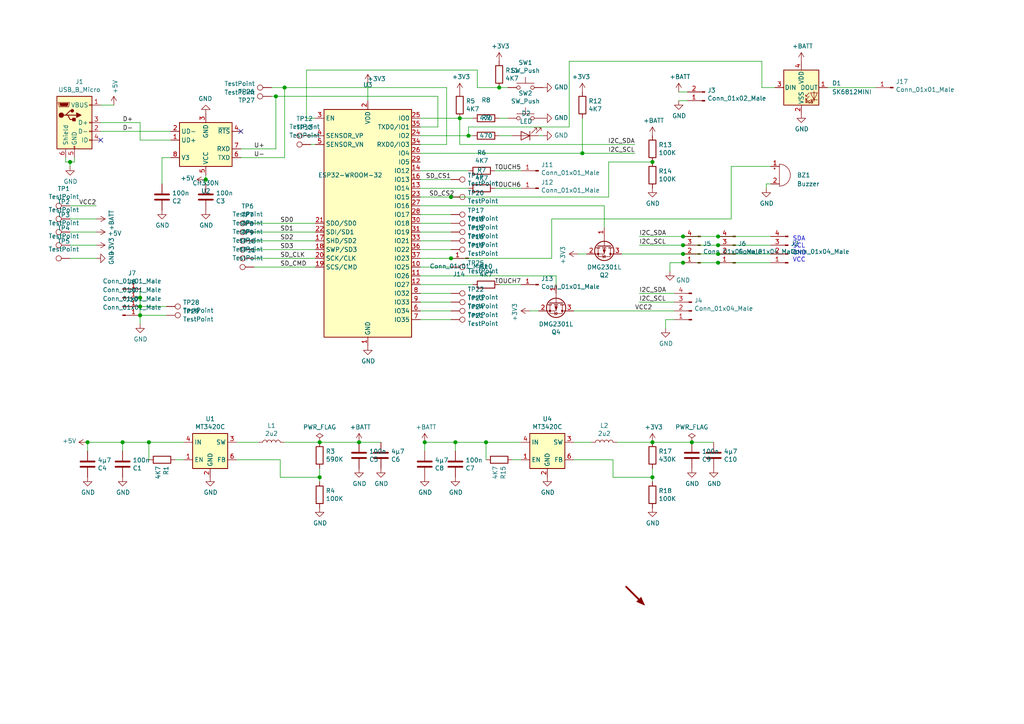
<source format=kicad_sch>
(kicad_sch (version 20201015) (generator eeschema)
  (paper "A4")
  (lib_symbols
    (symbol "Connector:Conn_01x01_Male" (pin_names (offset 1.016) hide)
      (property "Reference" "J" (at 0 2.54 0))
      (property "Value" "Conn_01x01_Male" (at 0 -2.54 0))
      (symbol "Conn_01x01_Male_1_1"
        (pin passive line (at 5.08 0 180) (length 3.81) (name "Pin_1") (number "1"))
      )
    )
    (symbol "Connector:Conn_01x02_Male" (pin_names (offset 1.016) hide)
      (property "Reference" "J" (at 0 2.54 0))
      (property "Value" "Conn_01x02_Male" (at 0 -5.08 0))
      (symbol "Conn_01x02_Male_1_1"
        (pin passive line (at 5.08 0 180) (length 3.81) (name "Pin_1") (number "1"))
        (pin passive line (at 5.08 -2.54 180) (length 3.81) (name "Pin_2") (number "2"))
      )
    )
    (symbol "Connector:Conn_01x04_Male" (pin_names (offset 1.016) hide)
      (property "Reference" "J" (at 0 5.08 0))
      (property "Value" "Conn_01x04_Male" (at 0 -7.62 0))
      (symbol "Conn_01x04_Male_1_1"
        (pin passive line (at 5.08 2.54 180) (length 3.81) (name "Pin_1") (number "1"))
        (pin passive line (at 5.08 0 180) (length 3.81) (name "Pin_2") (number "2"))
        (pin passive line (at 5.08 -2.54 180) (length 3.81) (name "Pin_3") (number "3"))
        (pin passive line (at 5.08 -5.08 180) (length 3.81) (name "Pin_4") (number "4"))
      )
    )
    (symbol "Connector:TestPoint" (pin_numbers hide) (pin_names (offset 0.762) hide)
      (property "Reference" "TP" (at 0 6.858 0))
      (property "Value" "TestPoint" (at 0 5.08 0))
      (symbol "TestPoint_1_1"
        (pin passive line (at 0 0 90) (length 2.54) (name "1") (number "1"))
      )
    )
    (symbol "Device:Buzzer" (pin_names (offset 0.0254) hide)
      (property "Reference" "BZ" (at 3.81 1.27 0))
      (property "Value" "Buzzer" (at 3.81 -1.27 0))
      (symbol "Buzzer_1_1"
        (pin passive line (at -2.54 2.54 0) (length 2.54) (name "-") (number "1"))
        (pin passive line (at -2.54 -2.54 0) (length 2.54) (name "+") (number "2"))
      )
    )
    (symbol "Device:C" (pin_numbers hide) (pin_names (offset 0.254))
      (property "Reference" "C" (at 0.635 2.54 0))
      (property "Value" "C" (at 0.635 -2.54 0))
      (symbol "C_1_1"
        (pin passive line (at 0 3.81 270) (length 2.794) (name "~") (number "1"))
        (pin passive line (at 0 -3.81 90) (length 2.794) (name "~") (number "2"))
      )
    )
    (symbol "Device:L" (pin_numbers hide) (pin_names (offset 1.016) hide)
      (property "Reference" "L" (at -1.27 0 90))
      (property "Value" "L" (at 1.905 0 90))
      (symbol "L_1_1"
        (pin passive line (at 0 3.81 270) (length 1.27) (name "1") (number "1"))
        (pin passive line (at 0 -3.81 90) (length 1.27) (name "2") (number "2"))
      )
    )
    (symbol "Device:LED" (pin_numbers hide) (pin_names (offset 1.016) hide)
      (property "Reference" "D" (at 0 2.54 0))
      (property "Value" "LED" (at 0 -2.54 0))
      (symbol "LED_1_1"
        (pin passive line (at -3.81 0 0) (length 2.54) (name "K") (number "1"))
        (pin passive line (at 3.81 0 180) (length 2.54) (name "A") (number "2"))
      )
    )
    (symbol "Device:R" (pin_numbers hide) (pin_names (offset 0))
      (property "Reference" "R" (at 2.032 0 90))
      (property "Value" "R" (at 0 0 90))
      (symbol "R_1_1"
        (pin passive line (at 0 3.81 270) (length 1.27) (name "~") (number "1"))
        (pin passive line (at 0 -3.81 90) (length 1.27) (name "~") (number "2"))
      )
    )
    (symbol "EasterEGG_V1-rescue:MT3420C-mt3420c"
      (property "Reference" "U" (at -2.54 8.89 0))
      (property "Value" "MT3420C-mt3420c" (at -3.81 6.35 0))
      (symbol "MT3420C-mt3420c_1_1"
        (pin input line (at -7.62 -2.54 0) (length 2.54) (name "EN") (number "1"))
        (pin power_in line (at 0 -7.62 90) (length 2.54) (name "GND") (number "2"))
        (pin passive line (at 7.62 2.54 180) (length 2.54) (name "SW") (number "3"))
        (pin power_in line (at -7.62 2.54 0) (length 2.54) (name "IN") (number "4"))
        (pin unconnected line (at 5.08 0 180) (length 2.54) hide (name "NC") (number "5"))
        (pin input line (at 7.62 -2.54 180) (length 2.54) (name "FB") (number "6"))
      )
    )
    (symbol "EasterEGG_V1-rescue:USB_B_Micro-Connector" (pin_names (offset 1.016))
      (property "Reference" "J" (at -5.08 11.43 0))
      (property "Value" "USB_B_Micro-Connector" (at -5.08 8.89 0))
      (symbol "USB_B_Micro-Connector_1_1"
        (pin power_out line (at 7.62 5.08 180) (length 2.54) (name "VBUS") (number "1"))
        (pin bidirectional line (at 7.62 -2.54 180) (length 2.54) (name "D-") (number "2"))
        (pin bidirectional line (at 7.62 0 180) (length 2.54) (name "D+") (number "3"))
        (pin passive line (at 7.62 -5.08 180) (length 2.54) (name "ID") (number "4"))
        (pin power_out line (at 0 -10.16 90) (length 2.54) (name "GND") (number "5"))
        (pin passive line (at -2.54 -10.16 90) (length 2.54) (name "Shield") (number "6"))
      )
    )
    (symbol "Graphic:SYM_Arrow45_Large" (pin_names (offset 1.016)))
    (symbol "Interface_USB:CH330N"
      (property "Reference" "U" (at -7.62 6.35 0))
      (property "Value" "CH330N" (at 7.62 6.35 0))
      (symbol "CH330N_1_1"
        (pin bidirectional line (at -10.16 -2.54 0) (length 2.54) (name "UD+") (number "1"))
        (pin bidirectional line (at -10.16 -5.08 0) (length 2.54) (name "UD-") (number "2"))
        (pin power_in line (at 0 -10.16 90) (length 2.54) (name "GND") (number "3"))
        (pin output line (at 10.16 -5.08 180) (length 2.54) (name "~RTS") (number "4"))
        (pin power_in line (at 0 7.62 270) (length 2.54) (name "VCC") (number "5"))
        (pin output line (at 10.16 2.54 180) (length 2.54) (name "TXD") (number "6"))
        (pin input line (at 10.16 0 180) (length 2.54) (name "RXD") (number "7"))
        (pin passive line (at -10.16 2.54 0) (length 2.54) (name "V3") (number "8"))
      )
    )
    (symbol "LED:SK6812MINI" (pin_names (offset 0.254))
      (property "Reference" "D" (at 5.08 5.715 0))
      (property "Value" "SK6812MINI" (at 1.27 -5.715 0))
      (symbol "SK6812MINI_0_0"
        (text "RGB" (at 2.286 -4.191 0) (effects (font (size 0.762 0.762))))
      )
      (symbol "SK6812MINI_1_1"
        (pin output line (at 7.62 0 180) (length 2.54) (name "DOUT") (number "1"))
        (pin power_in line (at 0 -7.62 90) (length 2.54) (name "VSS") (number "2"))
        (pin input line (at -7.62 0 0) (length 2.54) (name "DIN") (number "3"))
        (pin power_in line (at 0 7.62 270) (length 2.54) (name "VDD") (number "4"))
      )
    )
    (symbol "RF_Module:ESP32-WROOM-32"
      (property "Reference" "U" (at -12.7 34.29 0))
      (property "Value" "ESP32-WROOM-32" (at 1.27 34.29 0))
      (symbol "ESP32-WROOM-32_1_1"
        (pin power_in line (at 0 -35.56 90) (length 2.54) (name "GND") (number "1"))
        (pin bidirectional line (at 15.24 -12.7 180) (length 2.54) (name "IO25") (number "10"))
        (pin bidirectional line (at 15.24 -15.24 180) (length 2.54) (name "IO26") (number "11"))
        (pin bidirectional line (at 15.24 -17.78 180) (length 2.54) (name "IO27") (number "12"))
        (pin bidirectional line (at 15.24 10.16 180) (length 2.54) (name "IO14") (number "13"))
        (pin bidirectional line (at 15.24 15.24 180) (length 2.54) (name "IO12") (number "14"))
        (pin passive line (at 0 -35.56 90) (length 2.54) hide (name "GND") (number "15"))
        (pin bidirectional line (at 15.24 12.7 180) (length 2.54) (name "IO13") (number "16"))
        (pin bidirectional line (at -15.24 -5.08 0) (length 2.54) (name "SHD/SD2") (number "17"))
        (pin bidirectional line (at -15.24 -7.62 0) (length 2.54) (name "SWP/SD3") (number "18"))
        (pin bidirectional line (at -15.24 -12.7 0) (length 2.54) (name "SCS/CMD") (number "19"))
        (pin power_in line (at 0 35.56 270) (length 2.54) (name "VDD") (number "2"))
        (pin bidirectional line (at -15.24 -10.16 0) (length 2.54) (name "SCK/CLK") (number "20"))
        (pin bidirectional line (at -15.24 0 0) (length 2.54) (name "SDO/SD0") (number "21"))
        (pin bidirectional line (at -15.24 -2.54 0) (length 2.54) (name "SDI/SD1") (number "22"))
        (pin bidirectional line (at 15.24 7.62 180) (length 2.54) (name "IO15") (number "23"))
        (pin bidirectional line (at 15.24 25.4 180) (length 2.54) (name "IO2") (number "24"))
        (pin bidirectional line (at 15.24 30.48 180) (length 2.54) (name "IO0") (number "25"))
        (pin bidirectional line (at 15.24 20.32 180) (length 2.54) (name "IO4") (number "26"))
        (pin bidirectional line (at 15.24 5.08 180) (length 2.54) (name "IO16") (number "27"))
        (pin bidirectional line (at 15.24 2.54 180) (length 2.54) (name "IO17") (number "28"))
        (pin bidirectional line (at 15.24 17.78 180) (length 2.54) (name "IO5") (number "29"))
        (pin input line (at -15.24 30.48 0) (length 2.54) (name "EN") (number "3"))
        (pin bidirectional line (at 15.24 0 180) (length 2.54) (name "IO18") (number "30"))
        (pin bidirectional line (at 15.24 -2.54 180) (length 2.54) (name "IO19") (number "31"))
        (pin unconnected line (at -12.7 -27.94 0) (length 2.54) hide (name "NC") (number "32"))
        (pin bidirectional line (at 15.24 -5.08 180) (length 2.54) (name "IO21") (number "33"))
        (pin bidirectional line (at 15.24 22.86 180) (length 2.54) (name "RXD0/IO3") (number "34"))
        (pin bidirectional line (at 15.24 27.94 180) (length 2.54) (name "TXD0/IO1") (number "35"))
        (pin bidirectional line (at 15.24 -7.62 180) (length 2.54) (name "IO22") (number "36"))
        (pin bidirectional line (at 15.24 -10.16 180) (length 2.54) (name "IO23") (number "37"))
        (pin passive line (at 0 -35.56 90) (length 2.54) hide (name "GND") (number "38"))
        (pin passive line (at 0 -35.56 90) (length 2.54) hide (name "GND") (number "39"))
        (pin input line (at -15.24 25.4 0) (length 2.54) (name "SENSOR_VP") (number "4"))
        (pin input line (at -15.24 22.86 0) (length 2.54) (name "SENSOR_VN") (number "5"))
        (pin input line (at 15.24 -25.4 180) (length 2.54) (name "IO34") (number "6"))
        (pin input line (at 15.24 -27.94 180) (length 2.54) (name "IO35") (number "7"))
        (pin bidirectional line (at 15.24 -20.32 180) (length 2.54) (name "IO32") (number "8"))
        (pin bidirectional line (at 15.24 -22.86 180) (length 2.54) (name "IO33") (number "9"))
      )
    )
    (symbol "Switch:SW_Push" (pin_numbers hide) (pin_names (offset 1.016) hide)
      (property "Reference" "SW" (at 1.27 2.54 0))
      (property "Value" "SW_Push" (at 0 -1.524 0))
      (symbol "SW_Push_0_1"
        (pin passive line (at -5.08 0 0) (length 2.54) (name "1") (number "1"))
        (pin passive line (at 5.08 0 180) (length 2.54) (name "2") (number "2"))
      )
    )
    (symbol "Transistor_FET:DMG2301L" (pin_names hide)
      (property "Reference" "Q" (at 5.08 1.905 0))
      (property "Value" "DMG2301L" (at 5.08 0 0))
      (symbol "DMG2301L_1_1"
        (pin input line (at -5.08 0 0) (length 2.54) (name "G") (number "1"))
        (pin passive line (at 2.54 -5.08 90) (length 2.54) (name "S") (number "2"))
        (pin passive line (at 2.54 5.08 270) (length 2.54) (name "D") (number "3"))
      )
    )
    (symbol "power:+3V3" (power) (pin_names (offset 0))
      (property "Value" "+3V3" (at 0 3.556 0))
      (symbol "+3V3_1_1"
        (pin power_in line (at 0 0 90) (length 0) hide (name "+3V3") (number "1"))
      )
    )
    (symbol "power:+5V" (power) (pin_names (offset 0))
      (property "Value" "+5V" (at 0 3.556 0))
      (symbol "+5V_1_1"
        (pin power_in line (at 0 0 90) (length 0) hide (name "+5V") (number "1"))
      )
    )
    (symbol "power:+BATT" (power) (pin_names (offset 0))
      (property "Value" "+BATT" (at 0 3.556 0))
      (symbol "+BATT_1_1"
        (pin power_in line (at 0 0 90) (length 0) hide (name "+BATT") (number "1"))
      )
    )
    (symbol "power:GND" (power) (pin_names (offset 0))
      (property "Value" "GND" (at 0 -3.81 0))
      (symbol "GND_1_1"
        (pin power_in line (at 0 0 270) (length 0) hide (name "GND") (number "1"))
      )
    )
    (symbol "power:PWR_FLAG" (power) (pin_numbers hide) (pin_names (offset 0) hide)
      (property "Value" "PWR_FLAG" (at 0 3.81 0))
      (symbol "PWR_FLAG_0_0"
        (pin power_out line (at 0 0 90) (length 0) (name "pwr") (number "1"))
      )
    )
  )
  (junction (at 20.32 46.99) (diameter 1.016))
  (junction (at 25.4 128.27) (diameter 1.016))
  (junction (at 35.56 128.27) (diameter 1.016))
  (junction (at 40.64 86.36) (diameter 1.016))
  (junction (at 40.64 88.9) (diameter 1.016))
  (junction (at 40.64 91.44) (diameter 1.016))
  (junction (at 43.18 128.27) (diameter 1.016))
  (junction (at 59.69 52.07) (diameter 1.016))
  (junction (at 80.01 27.94) (diameter 1.016))
  (junction (at 82.55 25.4) (diameter 1.016))
  (junction (at 92.71 128.27) (diameter 1.016))
  (junction (at 92.71 138.43) (diameter 1.016))
  (junction (at 104.14 128.27) (diameter 1.016))
  (junction (at 123.19 128.27) (diameter 1.016))
  (junction (at 130.81 57.15) (diameter 1.016))
  (junction (at 130.81 74.93) (diameter 1.016))
  (junction (at 132.08 128.27) (diameter 1.016))
  (junction (at 133.35 34.29) (diameter 1.016))
  (junction (at 135.89 39.37) (diameter 1.016))
  (junction (at 140.97 128.27) (diameter 1.016))
  (junction (at 144.78 25.4) (diameter 1.016))
  (junction (at 168.91 44.45) (diameter 1.016))
  (junction (at 189.23 46.99) (diameter 1.016))
  (junction (at 189.23 128.27) (diameter 1.016))
  (junction (at 189.23 138.43) (diameter 1.016))
  (junction (at 198.12 68.58) (diameter 1.016))
  (junction (at 198.12 71.12) (diameter 1.016))
  (junction (at 198.12 73.66) (diameter 1.016))
  (junction (at 198.12 76.2) (diameter 1.016))
  (junction (at 200.66 128.27) (diameter 1.016))
  (junction (at 208.28 68.58) (diameter 1.016))
  (junction (at 208.28 71.12) (diameter 1.016))
  (junction (at 208.28 73.66) (diameter 1.016))
  (junction (at 208.28 76.2) (diameter 1.016))
  (no_connect (at 29.21 40.64))
  (no_connect (at 69.85 38.1))
  (wire (pts (xy 19.05 45.72) (xy 19.05 46.99)))
  (wire (pts (xy 19.05 46.99) (xy 20.32 46.99)))
  (wire (pts (xy 20.32 46.99) (xy 21.59 46.99)))
  (wire (pts (xy 20.32 48.26) (xy 20.32 46.99)))
  (wire (pts (xy 20.32 59.69) (xy 27.94 59.69)))
  (wire (pts (xy 20.32 63.5) (xy 27.94 63.5)))
  (wire (pts (xy 20.32 67.31) (xy 27.94 67.31)))
  (wire (pts (xy 20.32 71.12) (xy 27.94 71.12)))
  (wire (pts (xy 20.32 74.93) (xy 27.94 74.93)))
  (wire (pts (xy 21.59 46.99) (xy 21.59 45.72)))
  (wire (pts (xy 25.4 128.27) (xy 35.56 128.27)))
  (wire (pts (xy 25.4 130.81) (xy 25.4 128.27)))
  (wire (pts (xy 29.21 30.48) (xy 33.02 30.48)))
  (wire (pts (xy 29.21 38.1) (xy 49.53 38.1)))
  (wire (pts (xy 35.56 128.27) (xy 35.56 130.81)))
  (wire (pts (xy 35.56 128.27) (xy 43.18 128.27)))
  (wire (pts (xy 40.64 35.56) (xy 29.21 35.56)))
  (wire (pts (xy 40.64 40.64) (xy 40.64 35.56)))
  (wire (pts (xy 40.64 86.36) (xy 40.64 83.82)))
  (wire (pts (xy 40.64 88.9) (xy 40.64 86.36)))
  (wire (pts (xy 40.64 88.9) (xy 48.26 88.9)))
  (wire (pts (xy 40.64 91.44) (xy 40.64 88.9)))
  (wire (pts (xy 40.64 91.44) (xy 48.26 91.44)))
  (wire (pts (xy 40.64 93.98) (xy 40.64 91.44)))
  (wire (pts (xy 43.18 128.27) (xy 53.34 128.27)))
  (wire (pts (xy 43.18 133.35) (xy 43.18 128.27)))
  (wire (pts (xy 46.99 45.72) (xy 46.99 53.34)))
  (wire (pts (xy 46.99 45.72) (xy 49.53 45.72)))
  (wire (pts (xy 49.53 40.64) (xy 40.64 40.64)))
  (wire (pts (xy 53.34 133.35) (xy 50.8 133.35)))
  (wire (pts (xy 59.69 52.07) (xy 59.69 50.8)))
  (wire (pts (xy 59.69 53.34) (xy 59.69 52.07)))
  (wire (pts (xy 68.58 128.27) (xy 74.93 128.27)))
  (wire (pts (xy 68.58 133.35) (xy 81.28 133.35)))
  (wire (pts (xy 69.85 45.72) (xy 82.55 45.72)))
  (wire (pts (xy 73.66 64.77) (xy 91.44 64.77)))
  (wire (pts (xy 73.66 67.31) (xy 91.44 67.31)))
  (wire (pts (xy 73.66 69.85) (xy 91.44 69.85)))
  (wire (pts (xy 73.66 72.39) (xy 91.44 72.39)))
  (wire (pts (xy 73.66 74.93) (xy 91.44 74.93)))
  (wire (pts (xy 73.66 77.47) (xy 91.44 77.47)))
  (wire (pts (xy 78.74 25.4) (xy 82.55 25.4)))
  (wire (pts (xy 78.74 27.94) (xy 80.01 27.94)))
  (wire (pts (xy 80.01 27.94) (xy 80.01 43.18)))
  (wire (pts (xy 80.01 43.18) (xy 69.85 43.18)))
  (wire (pts (xy 81.28 133.35) (xy 81.28 138.43)))
  (wire (pts (xy 82.55 25.4) (xy 129.54 25.4)))
  (wire (pts (xy 82.55 45.72) (xy 82.55 25.4)))
  (wire (pts (xy 82.55 128.27) (xy 92.71 128.27)))
  (wire (pts (xy 88.9 20.32) (xy 138.43 20.32)))
  (wire (pts (xy 88.9 34.29) (xy 88.9 20.32)))
  (wire (pts (xy 90.17 39.37) (xy 91.44 39.37)))
  (wire (pts (xy 91.44 34.29) (xy 88.9 34.29)))
  (wire (pts (xy 91.44 41.91) (xy 90.17 41.91)))
  (wire (pts (xy 92.71 128.27) (xy 104.14 128.27)))
  (wire (pts (xy 92.71 135.89) (xy 92.71 138.43)))
  (wire (pts (xy 92.71 138.43) (xy 81.28 138.43)))
  (wire (pts (xy 92.71 138.43) (xy 92.71 139.7)))
  (wire (pts (xy 106.68 29.21) (xy 106.68 24.13)))
  (wire (pts (xy 110.49 128.27) (xy 104.14 128.27)))
  (wire (pts (xy 121.92 34.29) (xy 133.35 34.29)))
  (wire (pts (xy 121.92 36.83) (xy 127 36.83)))
  (wire (pts (xy 121.92 39.37) (xy 135.89 39.37)))
  (wire (pts (xy 121.92 44.45) (xy 168.91 44.45)))
  (wire (pts (xy 121.92 49.53) (xy 135.89 49.53)))
  (wire (pts (xy 121.92 52.07) (xy 130.81 52.07)))
  (wire (pts (xy 121.92 54.61) (xy 135.89 54.61)))
  (wire (pts (xy 121.92 57.15) (xy 130.81 57.15)))
  (wire (pts (xy 121.92 62.23) (xy 130.81 62.23)))
  (wire (pts (xy 121.92 64.77) (xy 130.81 64.77)))
  (wire (pts (xy 121.92 67.31) (xy 130.81 67.31)))
  (wire (pts (xy 121.92 69.85) (xy 130.81 69.85)))
  (wire (pts (xy 121.92 72.39) (xy 130.81 72.39)))
  (wire (pts (xy 121.92 74.93) (xy 130.81 74.93)))
  (wire (pts (xy 121.92 77.47) (xy 130.81 77.47)))
  (wire (pts (xy 121.92 80.01) (xy 161.29 80.01)))
  (wire (pts (xy 121.92 82.55) (xy 137.16 82.55)))
  (wire (pts (xy 121.92 85.09) (xy 130.81 85.09)))
  (wire (pts (xy 121.92 87.63) (xy 130.81 87.63)))
  (wire (pts (xy 121.92 90.17) (xy 130.81 90.17)))
  (wire (pts (xy 121.92 92.71) (xy 130.81 92.71)))
  (wire (pts (xy 123.19 128.27) (xy 123.19 130.81)))
  (wire (pts (xy 127 27.94) (xy 80.01 27.94)))
  (wire (pts (xy 127 36.83) (xy 127 27.94)))
  (wire (pts (xy 129.54 25.4) (xy 129.54 41.91)))
  (wire (pts (xy 129.54 41.91) (xy 121.92 41.91)))
  (wire (pts (xy 130.81 74.93) (xy 160.02 74.93)))
  (wire (pts (xy 132.08 128.27) (xy 123.19 128.27)))
  (wire (pts (xy 132.08 128.27) (xy 132.08 130.81)))
  (wire (pts (xy 132.08 128.27) (xy 140.97 128.27)))
  (wire (pts (xy 133.35 34.29) (xy 133.35 41.91)))
  (wire (pts (xy 133.35 41.91) (xy 184.15 41.91)))
  (wire (pts (xy 135.89 36.83) (xy 135.89 39.37)))
  (wire (pts (xy 135.89 39.37) (xy 137.16 39.37)))
  (wire (pts (xy 137.16 34.29) (xy 133.35 34.29)))
  (wire (pts (xy 138.43 25.4) (xy 138.43 20.32)))
  (wire (pts (xy 140.97 128.27) (xy 151.13 128.27)))
  (wire (pts (xy 140.97 133.35) (xy 140.97 128.27)))
  (wire (pts (xy 143.51 49.53) (xy 151.13 49.53)))
  (wire (pts (xy 143.51 54.61) (xy 151.13 54.61)))
  (wire (pts (xy 144.78 25.4) (xy 138.43 25.4)))
  (wire (pts (xy 144.78 34.29) (xy 147.32 34.29)))
  (wire (pts (xy 144.78 39.37) (xy 148.59 39.37)))
  (wire (pts (xy 144.78 82.55) (xy 151.13 82.55)))
  (wire (pts (xy 147.32 25.4) (xy 144.78 25.4)))
  (wire (pts (xy 148.59 133.35) (xy 151.13 133.35)))
  (wire (pts (xy 153.67 90.17) (xy 156.21 90.17)))
  (wire (pts (xy 157.48 39.37) (xy 156.21 39.37)))
  (wire (pts (xy 160.02 63.5) (xy 212.09 63.5)))
  (wire (pts (xy 160.02 74.93) (xy 160.02 63.5)))
  (wire (pts (xy 161.29 80.01) (xy 161.29 82.55)))
  (wire (pts (xy 165.1 17.78) (xy 165.1 36.83)))
  (wire (pts (xy 165.1 36.83) (xy 135.89 36.83)))
  (wire (pts (xy 166.37 90.17) (xy 195.58 90.17)))
  (wire (pts (xy 166.37 133.35) (xy 177.8 133.35)))
  (wire (pts (xy 167.64 73.66) (xy 170.18 73.66)))
  (wire (pts (xy 168.91 34.29) (xy 168.91 44.45)))
  (wire (pts (xy 168.91 44.45) (xy 184.15 44.45)))
  (wire (pts (xy 171.45 128.27) (xy 166.37 128.27)))
  (wire (pts (xy 175.26 59.69) (xy 121.92 59.69)))
  (wire (pts (xy 175.26 66.04) (xy 175.26 59.69)))
  (wire (pts (xy 176.53 46.99) (xy 176.53 57.15)))
  (wire (pts (xy 176.53 57.15) (xy 130.81 57.15)))
  (wire (pts (xy 177.8 133.35) (xy 177.8 138.43)))
  (wire (pts (xy 179.07 128.27) (xy 189.23 128.27)))
  (wire (pts (xy 180.34 73.66) (xy 198.12 73.66)))
  (wire (pts (xy 189.23 46.99) (xy 176.53 46.99)))
  (wire (pts (xy 189.23 128.27) (xy 200.66 128.27)))
  (wire (pts (xy 189.23 135.89) (xy 189.23 138.43)))
  (wire (pts (xy 189.23 138.43) (xy 177.8 138.43)))
  (wire (pts (xy 189.23 138.43) (xy 189.23 139.7)))
  (wire (pts (xy 193.04 92.71) (xy 193.04 95.25)))
  (wire (pts (xy 194.31 76.2) (xy 194.31 78.74)))
  (wire (pts (xy 195.58 85.09) (xy 185.42 85.09)))
  (wire (pts (xy 195.58 87.63) (xy 185.42 87.63)))
  (wire (pts (xy 195.58 92.71) (xy 193.04 92.71)))
  (wire (pts (xy 198.12 68.58) (xy 185.42 68.58)))
  (wire (pts (xy 198.12 68.58) (xy 208.28 68.58)))
  (wire (pts (xy 198.12 71.12) (xy 185.42 71.12)))
  (wire (pts (xy 198.12 71.12) (xy 208.28 71.12)))
  (wire (pts (xy 198.12 73.66) (xy 208.28 73.66)))
  (wire (pts (xy 198.12 76.2) (xy 194.31 76.2)))
  (wire (pts (xy 198.12 76.2) (xy 208.28 76.2)))
  (wire (pts (xy 199.39 26.67) (xy 196.85 26.67)))
  (wire (pts (xy 199.39 29.21) (xy 196.85 29.21)))
  (wire (pts (xy 207.01 128.27) (xy 200.66 128.27)))
  (wire (pts (xy 208.28 68.58) (xy 223.52 68.58)))
  (wire (pts (xy 208.28 71.12) (xy 223.52 71.12)))
  (wire (pts (xy 208.28 73.66) (xy 223.52 73.66)))
  (wire (pts (xy 208.28 76.2) (xy 223.52 76.2)))
  (wire (pts (xy 212.09 48.26) (xy 223.52 48.26)))
  (wire (pts (xy 212.09 63.5) (xy 212.09 48.26)))
  (wire (pts (xy 220.98 17.78) (xy 165.1 17.78)))
  (wire (pts (xy 220.98 25.4) (xy 220.98 17.78)))
  (wire (pts (xy 222.25 53.34) (xy 223.52 53.34)))
  (wire (pts (xy 222.25 54.61) (xy 222.25 53.34)))
  (wire (pts (xy 224.79 25.4) (xy 220.98 25.4)))
  (wire (pts (xy 240.03 25.4) (xy 254 25.4)))
  (text "SDA\nSCL\nGND\nVCC" (at 229.87 76.2 0) (effects (font (size 1.27 1.27)) (justify left bottom)))
  (label "VCC2" (at 27.94 59.69 180))
  (label "D+" (at 35.56 35.56 0))
  (label "D-" (at 35.56 38.1 0))
  (label "U+" (at 73.66 43.18 0))
  (label "U-" (at 73.66 45.72 0))
  (label "SD0" (at 81.28 64.77 0))
  (label "SD1" (at 81.28 67.31 0))
  (label "SD2" (at 81.28 69.85 0))
  (label "SD3" (at 81.28 72.39 0))
  (label "SD_CLK" (at 81.28 74.93 0))
  (label "SD_CMD" (at 81.28 77.47 0))
  (label "SD_CS2" (at 124.46 57.15 0))
  (label "SD_CS1" (at 130.81 52.07 180))
  (label "TOUCH5" (at 151.13 49.53 180))
  (label "TOUCH6" (at 151.13 54.61 180))
  (label "TOUCH7" (at 151.13 82.55 180))
  (label "I2C_SDA" (at 184.15 41.91 180))
  (label "I2C_SCL" (at 184.15 44.45 180))
  (label "VCC2" (at 184.15 90.17 0))
  (label "I2C_SDA" (at 185.42 68.58 0))
  (label "I2C_SCL" (at 185.42 71.12 0))
  (label "I2C_SDA" (at 185.42 85.09 0))
  (label "I2C_SCL" (at 185.42 87.63 0))
  (symbol (lib_id "power:PWR_FLAG") (at 92.71 128.27 0) (unit 1)
    (property "Reference" "#FLG0101" (effects hide))
    (property "Value" "PWR_FLAG" (at 92.71 123.8758 0))
  )
  (symbol (lib_id "power:PWR_FLAG") (at 200.66 128.27 0) (unit 1)
    (property "Reference" "#FLG0102" (effects hide))
    (property "Value" "PWR_FLAG" (at 200.66 123.8758 0))
  )
  (symbol (lib_id "Connector:TestPoint") (at 20.32 59.69 90) (unit 1)
    (property "Reference" "TP1" (at 18.4912 54.737 90))
    (property "Value" "TestPoint" (at 18.4912 57.0484 90))
    (property "Footprint" "TestPoint:TestPoint_Pad_D1.5mm" (effects hide))
  )
  (symbol (lib_id "Connector:TestPoint") (at 20.32 63.5 90) (unit 1)
    (property "Reference" "TP2" (at 18.4912 58.547 90))
    (property "Value" "TestPoint" (at 18.4912 60.8584 90))
    (property "Footprint" "TestPoint:TestPoint_Pad_D1.5mm" (effects hide))
  )
  (symbol (lib_id "Connector:TestPoint") (at 20.32 67.31 90) (unit 1)
    (property "Reference" "TP3" (at 18.4912 62.357 90))
    (property "Value" "TestPoint" (at 18.4912 64.6684 90))
    (property "Footprint" "TestPoint:TestPoint_Pad_D1.5mm" (effects hide))
  )
  (symbol (lib_id "Connector:TestPoint") (at 20.32 71.12 90) (unit 1)
    (property "Reference" "TP4" (at 18.4912 66.167 90))
    (property "Value" "TestPoint" (at 18.4912 68.4784 90))
    (property "Footprint" "TestPoint:TestPoint_Pad_D1.5mm" (effects hide))
  )
  (symbol (lib_id "Connector:TestPoint") (at 20.32 74.93 90) (unit 1)
    (property "Reference" "TP5" (at 18.4912 69.977 90))
    (property "Value" "TestPoint" (at 18.4912 72.2884 90))
    (property "Footprint" "TestPoint:TestPoint_Pad_1.5x1.5mm" (effects hide))
  )
  (symbol (lib_id "Connector:TestPoint") (at 48.26 88.9 270) (unit 1)
    (property "Reference" "TP28" (at 53.0352 87.7316 90) (effects (justify left)))
    (property "Value" "TestPoint" (at 53.0352 90.043 90) (effects (justify left)))
    (property "Footprint" "TestPoint:TestPoint_Pad_D1.5mm" (effects hide))
  )
  (symbol (lib_id "Connector:TestPoint") (at 48.26 91.44 270) (unit 1)
    (property "Reference" "TP29" (at 53.0352 90.2716 90) (effects (justify left)))
    (property "Value" "TestPoint" (at 53.0352 92.583 90) (effects (justify left)))
    (property "Footprint" "TestPoint:TestPoint_Pad_D1.5mm" (effects hide))
  )
  (symbol (lib_id "Connector:TestPoint") (at 73.66 64.77 90) (unit 1)
    (property "Reference" "TP6" (at 71.8312 59.817 90))
    (property "Value" "TestPoint" (at 71.8312 62.1284 90))
    (property "Footprint" "TestPoint:TestPoint_Pad_D1.5mm" (effects hide))
  )
  (symbol (lib_id "Connector:TestPoint") (at 73.66 67.31 90) (unit 1)
    (property "Reference" "TP7" (at 71.8312 62.357 90))
    (property "Value" "TestPoint" (at 71.8312 64.6684 90))
    (property "Footprint" "TestPoint:TestPoint_Pad_D1.5mm" (effects hide))
  )
  (symbol (lib_id "Connector:TestPoint") (at 73.66 69.85 90) (unit 1)
    (property "Reference" "TP8" (at 71.8312 64.897 90))
    (property "Value" "TestPoint" (at 71.8312 67.2084 90))
    (property "Footprint" "TestPoint:TestPoint_Pad_D1.5mm" (effects hide))
  )
  (symbol (lib_id "Connector:TestPoint") (at 73.66 72.39 90) (unit 1)
    (property "Reference" "TP9" (at 71.8312 67.437 90))
    (property "Value" "TestPoint" (at 71.8312 69.7484 90))
    (property "Footprint" "TestPoint:TestPoint_Pad_D1.5mm" (effects hide))
  )
  (symbol (lib_id "Connector:TestPoint") (at 73.66 74.93 90) (unit 1)
    (property "Reference" "TP10" (at 71.8312 69.977 90))
    (property "Value" "TestPoint" (at 71.8312 72.2884 90))
    (property "Footprint" "TestPoint:TestPoint_Pad_D1.5mm" (effects hide))
  )
  (symbol (lib_id "Connector:TestPoint") (at 73.66 77.47 90) (unit 1)
    (property "Reference" "TP11" (at 71.8312 72.517 90))
    (property "Value" "TestPoint" (at 71.8312 74.8284 90))
    (property "Footprint" "TestPoint:TestPoint_Pad_D1.5mm" (effects hide))
  )
  (symbol (lib_id "Connector:TestPoint") (at 78.74 25.4 90) (unit 1)
    (property "Reference" "TP26" (at 73.9648 26.5684 90) (effects (justify left)))
    (property "Value" "TestPoint" (at 73.9648 24.257 90) (effects (justify left)))
    (property "Footprint" "TestPoint:TestPoint_Pad_D1.5mm" (effects hide))
  )
  (symbol (lib_id "Connector:TestPoint") (at 78.74 27.94 90) (unit 1)
    (property "Reference" "TP27" (at 73.9648 29.1084 90) (effects (justify left)))
    (property "Value" "TestPoint" (at 73.9648 26.797 90) (effects (justify left)))
    (property "Footprint" "TestPoint:TestPoint_Pad_D1.5mm" (effects hide))
  )
  (symbol (lib_id "Connector:TestPoint") (at 90.17 39.37 90) (unit 1)
    (property "Reference" "TP12" (at 88.3412 34.417 90))
    (property "Value" "TestPoint" (at 88.3412 36.7284 90))
    (property "Footprint" "TestPoint:TestPoint_Pad_D1.5mm" (effects hide))
  )
  (symbol (lib_id "Connector:TestPoint") (at 90.17 41.91 90) (unit 1)
    (property "Reference" "TP13" (at 88.3412 36.957 90))
    (property "Value" "TestPoint" (at 88.3412 39.2684 90))
    (property "Footprint" "TestPoint:TestPoint_Pad_D1.5mm" (effects hide))
  )
  (symbol (lib_id "Connector:TestPoint") (at 130.81 52.07 270) (unit 1)
    (property "Reference" "TP14" (at 135.5852 50.9016 90) (effects (justify left)))
    (property "Value" "TestPoint" (at 135.5852 53.213 90) (effects (justify left)))
    (property "Footprint" "TestPoint:TestPoint_Pad_D1.5mm" (effects hide))
  )
  (symbol (lib_id "Connector:TestPoint") (at 130.81 57.15 270) (unit 1)
    (property "Reference" "TP20" (at 135.5852 55.9816 90) (effects (justify left)))
    (property "Value" "TestPoint" (at 135.5852 58.293 90) (effects (justify left)))
    (property "Footprint" "TestPoint:TestPoint_Pad_D1.5mm" (effects hide))
  )
  (symbol (lib_id "Connector:TestPoint") (at 130.81 62.23 270) (unit 1)
    (property "Reference" "TP17" (at 135.5852 61.0616 90) (effects (justify left)))
    (property "Value" "TestPoint" (at 135.5852 63.373 90) (effects (justify left)))
    (property "Footprint" "TestPoint:TestPoint_Pad_D1.5mm" (effects hide))
  )
  (symbol (lib_id "Connector:TestPoint") (at 130.81 64.77 270) (unit 1)
    (property "Reference" "TP18" (at 135.5852 63.6016 90) (effects (justify left)))
    (property "Value" "TestPoint" (at 135.5852 65.913 90) (effects (justify left)))
    (property "Footprint" "TestPoint:TestPoint_Pad_D1.5mm" (effects hide))
  )
  (symbol (lib_id "Connector:TestPoint") (at 130.81 67.31 270) (unit 1)
    (property "Reference" "TP15" (at 135.5852 66.1416 90) (effects (justify left)))
    (property "Value" "TestPoint" (at 135.5852 68.453 90) (effects (justify left)))
    (property "Footprint" "TestPoint:TestPoint_Pad_D1.5mm" (effects hide))
  )
  (symbol (lib_id "Connector:TestPoint") (at 130.81 69.85 270) (unit 1)
    (property "Reference" "TP16" (at 135.5852 68.6816 90) (effects (justify left)))
    (property "Value" "TestPoint" (at 135.5852 70.993 90) (effects (justify left)))
    (property "Footprint" "TestPoint:TestPoint_Pad_D1.5mm" (effects hide))
  )
  (symbol (lib_id "Connector:TestPoint") (at 130.81 72.39 270) (unit 1)
    (property "Reference" "TP19" (at 135.5852 71.2216 90) (effects (justify left)))
    (property "Value" "TestPoint" (at 135.5852 73.533 90) (effects (justify left)))
    (property "Footprint" "TestPoint:TestPoint_Pad_D1.5mm" (effects hide))
  )
  (symbol (lib_id "Connector:TestPoint") (at 130.81 77.47 270) (unit 1)
    (property "Reference" "TP25" (at 135.5852 76.3016 90) (effects (justify left)))
    (property "Value" "TestPoint" (at 135.5852 78.613 90) (effects (justify left)))
    (property "Footprint" "TestPoint:TestPoint_Pad_D1.5mm" (effects hide))
  )
  (symbol (lib_id "Connector:TestPoint") (at 130.81 85.09 270) (unit 1)
    (property "Reference" "TP22" (at 135.5852 83.9216 90) (effects (justify left)))
    (property "Value" "TestPoint" (at 135.5852 86.233 90) (effects (justify left)))
    (property "Footprint" "TestPoint:TestPoint_Pad_D1.5mm" (effects hide))
  )
  (symbol (lib_id "Connector:TestPoint") (at 130.81 87.63 270) (unit 1)
    (property "Reference" "TP23" (at 135.5852 86.4616 90) (effects (justify left)))
    (property "Value" "TestPoint" (at 135.5852 88.773 90) (effects (justify left)))
    (property "Footprint" "TestPoint:TestPoint_Pad_D1.5mm" (effects hide))
  )
  (symbol (lib_id "Connector:TestPoint") (at 130.81 90.17 270) (unit 1)
    (property "Reference" "TP24" (at 135.5852 89.0016 90) (effects (justify left)))
    (property "Value" "TestPoint" (at 135.5852 91.313 90) (effects (justify left)))
    (property "Footprint" "TestPoint:TestPoint_Pad_D1.5mm" (effects hide))
  )
  (symbol (lib_id "Connector:TestPoint") (at 130.81 92.71 270) (unit 1)
    (property "Reference" "TP21" (at 135.5852 91.5416 90) (effects (justify left)))
    (property "Value" "TestPoint" (at 135.5852 93.853 90) (effects (justify left)))
    (property "Footprint" "TestPoint:TestPoint_Pad_D1.5mm" (effects hide))
  )
  (symbol (lib_id "power:+5V") (at 25.4 128.27 90) (unit 1)
    (property "Reference" "#PWR0121" (effects hide))
    (property "Value" "+5V" (at 22.1488 127.889 90) (effects (justify left)))
  )
  (symbol (lib_id "power:+BATT") (at 27.94 63.5 270) (unit 1)
    (property "Reference" "#PWR0136" (effects hide))
    (property "Value" "+BATT" (at 32.3342 63.881 0))
  )
  (symbol (lib_id "power:+5V") (at 27.94 67.31 270) (unit 1)
    (property "Reference" "#PWR0137" (effects hide))
    (property "Value" "+5V" (at 31.1912 67.691 90) (effects (justify left)))
  )
  (symbol (lib_id "power:+3V3") (at 27.94 71.12 270) (unit 1)
    (property "Reference" "#PWR0138" (effects hide))
    (property "Value" "+3V3" (at 32.3342 71.501 0))
  )
  (symbol (lib_id "power:+5V") (at 33.02 30.48 0) (unit 1)
    (property "Reference" "#PWR0120" (effects hide))
    (property "Value" "+5V" (at 33.401 27.2288 90) (effects (justify left)))
  )
  (symbol (lib_id "power:+5V") (at 59.69 52.07 90) (unit 1)
    (property "Reference" "#PWR0103" (effects hide))
    (property "Value" "+5V" (at 56.4388 51.689 90) (effects (justify left)))
  )
  (symbol (lib_id "power:+BATT") (at 104.14 128.27 0) (unit 1)
    (property "Reference" "#PWR0123" (effects hide))
    (property "Value" "+BATT" (at 104.521 123.8758 0))
  )
  (symbol (lib_id "power:+3V3") (at 106.68 24.13 0) (unit 1)
    (property "Reference" "#PWR0131" (effects hide))
    (property "Value" "+3V3" (at 109.22 22.86 0))
  )
  (symbol (lib_id "power:+BATT") (at 123.19 128.27 0) (unit 1)
    (property "Reference" "#PWR04" (effects hide))
    (property "Value" "+BATT" (at 123.571 123.8758 0))
  )
  (symbol (lib_id "power:+3V3") (at 133.35 26.67 0) (unit 1)
    (property "Reference" "#PWR0109" (effects hide))
    (property "Value" "+3V3" (at 133.731 22.2758 0))
  )
  (symbol (lib_id "power:+3V3") (at 144.78 17.78 0) (unit 1)
    (property "Reference" "#PWR0108" (effects hide))
    (property "Value" "+3V3" (at 145.161 13.3858 0))
  )
  (symbol (lib_id "power:+3V3") (at 153.67 90.17 90) (mirror x) (unit 1)
    (property "Reference" "#PWR0132" (effects hide))
    (property "Value" "+3V3" (at 149.2758 90.551 0))
  )
  (symbol (lib_id "power:+3V3") (at 167.64 73.66 90) (mirror x) (unit 1)
    (property "Reference" "#PWR0130" (effects hide))
    (property "Value" "+3V3" (at 163.2458 74.041 0))
  )
  (symbol (lib_id "power:+3V3") (at 168.91 26.67 0) (mirror y) (unit 1)
    (property "Reference" "#PWR0126" (effects hide))
    (property "Value" "+3V3" (at 168.529 22.2758 0))
  )
  (symbol (lib_id "power:+BATT") (at 189.23 39.37 0) (unit 1)
    (property "Reference" "#PWR0127" (effects hide))
    (property "Value" "+BATT" (at 189.611 34.9758 0))
  )
  (symbol (lib_id "power:+3V3") (at 189.23 128.27 0) (unit 1)
    (property "Reference" "#PWR07" (effects hide))
    (property "Value" "+3V3" (at 189.611 123.8758 0))
  )
  (symbol (lib_id "power:+BATT") (at 196.85 26.67 0) (unit 1)
    (property "Reference" "#PWR0124" (effects hide))
    (property "Value" "+BATT" (at 197.231 22.2758 0))
  )
  (symbol (lib_id "power:+BATT") (at 232.41 17.78 0) (unit 1)
    (property "Reference" "#PWR05" (effects hide))
    (property "Value" "+BATT" (at 232.791 13.3858 0))
  )
  (symbol (lib_id "Device:L") (at 78.74 128.27 90) (unit 1)
    (property "Reference" "L1" (at 78.74 123.444 90))
    (property "Value" "2u2" (at 78.74 125.7554 90))
    (property "Footprint" "Inductor_SMD:L_1210_3225Metric" (effects hide))
    (property "Datasheet" "LQH32CN2R2M53L" (effects hide))
    (property "Number" "C86074" (effects hide))
  )
  (symbol (lib_id "Device:L") (at 175.26 128.27 90) (unit 1)
    (property "Reference" "L2" (at 175.26 123.444 90))
    (property "Value" "2u2" (at 175.26 125.7554 90))
    (property "Footprint" "Inductor_SMD:L_1210_3225Metric" (effects hide))
    (property "Datasheet" "LQH32CN2R2M53L" (effects hide))
    (property "Number" "C86074" (effects hide))
  )
  (symbol (lib_id "power:GND") (at 20.32 48.26 0) (unit 1)
    (property "Reference" "#PWR0119" (effects hide))
    (property "Value" "GND" (at 20.447 52.6542 0))
  )
  (symbol (lib_id "power:GND") (at 25.4 138.43 0) (unit 1)
    (property "Reference" "#PWR0115" (effects hide))
    (property "Value" "GND" (at 25.527 142.8242 0))
  )
  (symbol (lib_id "power:GND") (at 27.94 74.93 90) (unit 1)
    (property "Reference" "#PWR0135" (effects hide))
    (property "Value" "GND" (at 32.3342 74.803 0))
  )
  (symbol (lib_id "power:GND") (at 35.56 138.43 0) (unit 1)
    (property "Reference" "#PWR0118" (effects hide))
    (property "Value" "GND" (at 35.687 142.8242 0))
  )
  (symbol (lib_id "power:GND") (at 40.64 93.98 0) (unit 1)
    (property "Reference" "#PWR0134" (effects hide))
    (property "Value" "GND" (at 40.767 98.3742 0))
  )
  (symbol (lib_id "power:GND") (at 46.99 60.96 0) (unit 1)
    (property "Reference" "#PWR0102" (effects hide))
    (property "Value" "GND" (at 47.117 65.3542 0))
  )
  (symbol (lib_id "power:GND") (at 59.69 33.02 180) (unit 1)
    (property "Reference" "#PWR0105" (effects hide))
    (property "Value" "GND" (at 59.563 28.6258 0))
  )
  (symbol (lib_id "power:GND") (at 59.69 60.96 0) (unit 1)
    (property "Reference" "#PWR0101" (effects hide))
    (property "Value" "GND" (at 59.817 65.3542 0))
  )
  (symbol (lib_id "power:GND") (at 60.96 138.43 0) (unit 1)
    (property "Reference" "#PWR0116" (effects hide))
    (property "Value" "GND" (at 61.087 142.8242 0))
  )
  (symbol (lib_id "power:GND") (at 92.71 147.32 0) (unit 1)
    (property "Reference" "#PWR0113" (effects hide))
    (property "Value" "GND" (at 92.837 151.7142 0))
  )
  (symbol (lib_id "power:GND") (at 104.14 135.89 0) (unit 1)
    (property "Reference" "#PWR0111" (effects hide))
    (property "Value" "GND" (at 104.267 140.2842 0))
  )
  (symbol (lib_id "power:GND") (at 106.68 100.33 0) (unit 1)
    (property "Reference" "#PWR0122" (effects hide))
    (property "Value" "GND" (at 106.807 104.7242 0))
  )
  (symbol (lib_id "power:GND") (at 110.49 135.89 0) (unit 1)
    (property "Reference" "#PWR0112" (effects hide))
    (property "Value" "GND" (at 110.617 140.2842 0))
  )
  (symbol (lib_id "power:GND") (at 123.19 138.43 0) (unit 1)
    (property "Reference" "#PWR06" (effects hide))
    (property "Value" "GND" (at 123.317 142.8242 0))
  )
  (symbol (lib_id "power:GND") (at 132.08 138.43 0) (unit 1)
    (property "Reference" "#PWR01" (effects hide))
    (property "Value" "GND" (at 132.207 142.8242 0))
  )
  (symbol (lib_id "power:GND") (at 157.48 25.4 90) (unit 1)
    (property "Reference" "#PWR0107" (effects hide))
    (property "Value" "GND" (at 160.7312 25.273 90) (effects (justify right)))
  )
  (symbol (lib_id "power:GND") (at 157.48 34.29 90) (unit 1)
    (property "Reference" "#PWR0106" (effects hide))
    (property "Value" "GND" (at 160.7312 34.163 90) (effects (justify right)))
  )
  (symbol (lib_id "power:GND") (at 157.48 39.37 90) (unit 1)
    (property "Reference" "#PWR0110" (effects hide))
    (property "Value" "GND" (at 160.7312 39.243 90) (effects (justify right)))
  )
  (symbol (lib_id "power:GND") (at 158.75 138.43 0) (unit 1)
    (property "Reference" "#PWR03" (effects hide))
    (property "Value" "GND" (at 158.877 142.8242 0))
  )
  (symbol (lib_id "power:GND") (at 189.23 54.61 0) (unit 1)
    (property "Reference" "#PWR0128" (effects hide))
    (property "Value" "GND" (at 189.357 59.0042 0))
  )
  (symbol (lib_id "power:GND") (at 189.23 147.32 0) (unit 1)
    (property "Reference" "#PWR08" (effects hide))
    (property "Value" "GND" (at 189.357 151.7142 0))
  )
  (symbol (lib_id "power:GND") (at 193.04 95.25 0) (unit 1)
    (property "Reference" "#PWR0133" (effects hide))
    (property "Value" "GND" (at 193.167 99.6442 0))
  )
  (symbol (lib_id "power:GND") (at 194.31 78.74 0) (unit 1)
    (property "Reference" "#PWR0129" (effects hide))
    (property "Value" "GND" (at 198.12 81.28 0))
  )
  (symbol (lib_id "power:GND") (at 196.85 29.21 0) (unit 1)
    (property "Reference" "#PWR0125" (effects hide))
    (property "Value" "GND" (at 196.977 33.6042 0))
  )
  (symbol (lib_id "power:GND") (at 200.66 135.89 0) (unit 1)
    (property "Reference" "#PWR09" (effects hide))
    (property "Value" "GND" (at 200.787 140.2842 0))
  )
  (symbol (lib_id "power:GND") (at 207.01 135.89 0) (unit 1)
    (property "Reference" "#PWR010" (effects hide))
    (property "Value" "GND" (at 207.137 140.2842 0))
  )
  (symbol (lib_id "power:GND") (at 222.25 54.61 0) (unit 1)
    (property "Reference" "#PWR02" (effects hide))
    (property "Value" "GND" (at 222.377 59.0042 0))
  )
  (symbol (lib_id "power:GND") (at 232.41 33.02 0) (unit 1)
    (property "Reference" "#PWR011" (effects hide))
    (property "Value" "GND" (at 232.537 37.4142 0))
  )
  (symbol (lib_id "Connector:Conn_01x01_Male") (at 35.56 83.82 0) (unit 1)
    (property "Reference" "J7" (at 38.3032 79.2226 0))
    (property "Value" "Conn_01x01_Male" (at 38.3032 81.534 0))
    (property "Footprint" "Connector_PinHeader_2.54mm:PinHeader_1x01_P2.54mm_Vertical" (effects hide))
  )
  (symbol (lib_id "Connector:Conn_01x01_Male") (at 35.56 86.36 0) (unit 1)
    (property "Reference" "J8" (at 38.3032 81.7626 0))
    (property "Value" "Conn_01x01_Male" (at 38.3032 84.074 0))
    (property "Footprint" "Connector_PinHeader_2.54mm:PinHeader_1x01_P2.54mm_Vertical" (effects hide))
  )
  (symbol (lib_id "Connector:Conn_01x01_Male") (at 35.56 88.9 0) (unit 1)
    (property "Reference" "J9" (at 38.3032 84.3026 0))
    (property "Value" "Conn_01x01_Male" (at 38.3032 86.614 0))
    (property "Footprint" "Connector_PinHeader_2.54mm:PinHeader_1x01_P2.54mm_Vertical" (effects hide))
  )
  (symbol (lib_id "Connector:Conn_01x01_Male") (at 35.56 91.44 0) (unit 1)
    (property "Reference" "J10" (at 38.3032 86.8426 0))
    (property "Value" "Conn_01x01_Male" (at 38.3032 89.154 0))
    (property "Footprint" "Connector_PinHeader_2.54mm:PinHeader_1x01_P2.54mm_Vertical" (effects hide))
  )
  (symbol (lib_id "Connector:Conn_01x01_Male") (at 135.89 74.93 180) (unit 1)
    (property "Reference" "J14" (at 133.1468 79.5274 0))
    (property "Value" "Conn_01x01_Male" (at 133.1468 77.216 0))
    (property "Footprint" "Connector_PinHeader_2.54mm:PinHeader_1x01_P2.54mm_Vertical" (effects hide))
  )
  (symbol (lib_id "Connector:Conn_01x01_Male") (at 156.21 49.53 180) (unit 1)
    (property "Reference" "J11" (at 156.9212 47.8028 0) (effects (justify right)))
    (property "Value" "Conn_01x01_Male" (at 156.9212 50.1142 0) (effects (justify right)))
    (property "Footprint" "Connector_PinHeader_2.54mm:PinHeader_1x01_P2.54mm_Vertical" (effects hide))
  )
  (symbol (lib_id "Connector:Conn_01x01_Male") (at 156.21 54.61 180) (unit 1)
    (property "Reference" "J12" (at 156.9212 52.8828 0) (effects (justify right)))
    (property "Value" "Conn_01x01_Male" (at 156.9212 55.1942 0) (effects (justify right)))
    (property "Footprint" "Connector_PinHeader_2.54mm:PinHeader_1x01_P2.54mm_Vertical" (effects hide))
  )
  (symbol (lib_id "Connector:Conn_01x01_Male") (at 156.21 82.55 180) (unit 1)
    (property "Reference" "J13" (at 156.9212 80.8228 0) (effects (justify right)))
    (property "Value" "Conn_01x01_Male" (at 156.9212 83.1342 0) (effects (justify right)))
    (property "Footprint" "Connector_PinHeader_2.54mm:PinHeader_1x01_P2.54mm_Vertical" (effects hide))
  )
  (symbol (lib_id "Connector:Conn_01x01_Male") (at 259.08 25.4 180) (unit 1)
    (property "Reference" "J17" (at 259.7912 23.6728 0) (effects (justify right)))
    (property "Value" "Conn_01x01_Male" (at 259.7912 25.9842 0) (effects (justify right)))
    (property "Footprint" "Connector_PinHeader_2.54mm:PinHeader_1x01_P2.54mm_Vertical" (effects hide))
  )
  (symbol (lib_id "Device:R") (at 46.99 133.35 90) (unit 1)
    (property "Reference" "R1" (at 48.1584 135.128 0) (effects (justify right)))
    (property "Value" "4K7" (at 45.847 135.128 0) (effects (justify right)))
    (property "Footprint" "Resistor_SMD:R_0603_1608Metric" (effects hide))
  )
  (symbol (lib_id "Device:R") (at 92.71 132.08 0) (unit 1)
    (property "Reference" "R3" (at 94.488 130.9116 0) (effects (justify left)))
    (property "Value" "590K" (at 94.488 133.223 0) (effects (justify left)))
    (property "Footprint" "Resistor_SMD:R_0603_1608Metric" (effects hide))
  )
  (symbol (lib_id "Device:R") (at 92.71 143.51 0) (unit 1)
    (property "Reference" "R4" (at 94.488 142.3416 0) (effects (justify left)))
    (property "Value" "100K" (at 94.488 144.653 0) (effects (justify left)))
    (property "Footprint" "Resistor_SMD:R_0603_1608Metric" (effects hide))
  )
  (symbol (lib_id "Device:R") (at 133.35 30.48 180) (unit 1)
    (property "Reference" "R5" (at 135.128 29.3116 0) (effects (justify right)))
    (property "Value" "4K7" (at 135.128 31.623 0) (effects (justify right)))
    (property "Footprint" "Resistor_SMD:R_0603_1608Metric" (effects hide))
  )
  (symbol (lib_id "Device:R") (at 139.7 49.53 270) (unit 1)
    (property "Reference" "R6" (at 139.7 44.2722 90))
    (property "Value" "4K7" (at 139.7 46.5836 90))
    (property "Footprint" "Resistor_SMD:R_0603_1608Metric" (effects hide))
  )
  (symbol (lib_id "Device:R") (at 139.7 54.61 270) (unit 1)
    (property "Reference" "R7" (at 139.7 49.3522 90))
    (property "Value" "4K7" (at 139.7 51.6636 90))
    (property "Footprint" "Resistor_SMD:R_0603_1608Metric" (effects hide))
  )
  (symbol (lib_id "Device:R") (at 140.97 34.29 270) (unit 1)
    (property "Reference" "R8" (at 140.97 29.0322 90))
    (property "Value" "470" (at 140.97 34.29 90))
    (property "Footprint" "Resistor_SMD:R_0603_1608Metric" (effects hide))
  )
  (symbol (lib_id "Device:R") (at 140.97 39.37 270) (unit 1)
    (property "Reference" "R9" (at 140.97 34.1122 90))
    (property "Value" "470" (at 140.97 39.37 90))
    (property "Footprint" "Resistor_SMD:R_0603_1608Metric" (effects hide))
  )
  (symbol (lib_id "Device:R") (at 140.97 82.55 270) (unit 1)
    (property "Reference" "R10" (at 140.97 77.2922 90))
    (property "Value" "4K7" (at 140.97 79.6036 90))
    (property "Footprint" "Resistor_SMD:R_0603_1608Metric" (effects hide))
  )
  (symbol (lib_id "Device:R") (at 144.78 21.59 0) (unit 1)
    (property "Reference" "R11" (at 146.558 20.4216 0) (effects (justify left)))
    (property "Value" "4K7" (at 146.558 22.733 0) (effects (justify left)))
    (property "Footprint" "Resistor_SMD:R_0603_1608Metric" (effects hide))
  )
  (symbol (lib_id "Device:R") (at 144.78 133.35 90) (unit 1)
    (property "Reference" "R15" (at 145.9484 135.128 0) (effects (justify right)))
    (property "Value" "4K7" (at 143.637 135.128 0) (effects (justify right)))
    (property "Footprint" "Resistor_SMD:R_0603_1608Metric" (effects hide))
  )
  (symbol (lib_id "Device:R") (at 168.91 30.48 180) (unit 1)
    (property "Reference" "R12" (at 170.688 29.3116 0) (effects (justify right)))
    (property "Value" "4K7" (at 170.688 31.623 0) (effects (justify right)))
    (property "Footprint" "Resistor_SMD:R_0603_1608Metric" (effects hide))
  )
  (symbol (lib_id "Device:R") (at 189.23 43.18 0) (unit 1)
    (property "Reference" "R13" (at 191.008 42.0116 0) (effects (justify left)))
    (property "Value" "100K" (at 191.008 44.323 0) (effects (justify left)))
    (property "Footprint" "Resistor_SMD:R_0603_1608Metric" (effects hide))
  )
  (symbol (lib_id "Device:R") (at 189.23 50.8 0) (unit 1)
    (property "Reference" "R14" (at 191.008 49.6316 0) (effects (justify left)))
    (property "Value" "100K" (at 191.008 51.943 0) (effects (justify left)))
    (property "Footprint" "Resistor_SMD:R_0603_1608Metric" (effects hide))
  )
  (symbol (lib_id "Device:R") (at 189.23 132.08 0) (unit 1)
    (property "Reference" "R17" (at 191.008 130.9116 0) (effects (justify left)))
    (property "Value" "430K" (at 191.008 133.223 0) (effects (justify left)))
    (property "Footprint" "Resistor_SMD:R_0603_1608Metric" (effects hide))
  )
  (symbol (lib_id "Device:R") (at 189.23 143.51 0) (unit 1)
    (property "Reference" "R18" (at 191.008 142.3416 0) (effects (justify left)))
    (property "Value" "100K" (at 191.008 144.653 0) (effects (justify left)))
    (property "Footprint" "Resistor_SMD:R_0603_1608Metric" (effects hide))
  )
  (symbol (lib_id "Connector:Conn_01x02_Male") (at 204.47 29.21 180) (unit 1)
    (property "Reference" "J3" (at 205.1812 26.2128 0) (effects (justify right)))
    (property "Value" "Conn_01x02_Male" (at 205.1812 28.5242 0) (effects (justify right)))
    (property "Footprint" "Connector_PinHeader_2.54mm:PinHeader_1x02_P2.54mm_Vertical" (effects hide))
  )
  (symbol (lib_id "Graphic:SYM_Arrow45_Large") (at 184.15 172.72 0) (unit 1)
    (property "Reference" "#SYM1" (effects hide))
    (property "Value" "SYM_Arrow45_Large" (effects hide))
  )
  (symbol (lib_id "Device:LED") (at 152.4 39.37 180) (unit 1)
    (property "Reference" "D2" (at 152.5778 32.893 0))
    (property "Value" "LED" (at 152.5778 35.2044 0))
    (property "Footprint" "LED_SMD:LED_1206_3216Metric" (effects hide))
  )
  (symbol (lib_id "Device:C") (at 25.4 134.62 0) (mirror x) (unit 1)
    (property "Reference" "C4" (at 28.321 135.7884 0) (effects (justify left)))
    (property "Value" "4µ7" (at 28.321 133.477 0) (effects (justify left)))
    (property "Footprint" "Capacitor_SMD:C_0603_1608Metric" (effects hide))
  )
  (symbol (lib_id "Device:C") (at 35.56 134.62 0) (mirror x) (unit 1)
    (property "Reference" "C1" (at 38.481 135.7884 0) (effects (justify left)))
    (property "Value" "100n" (at 38.481 133.477 0) (effects (justify left)))
    (property "Footprint" "Capacitor_SMD:C_0603_1608Metric" (effects hide))
  )
  (symbol (lib_id "Device:C") (at 46.99 57.15 0) (mirror y) (unit 1)
    (property "Reference" "C2" (at 49.911 58.3184 0) (effects (justify right)))
    (property "Value" "100n" (at 49.911 56.007 0) (effects (justify right)))
    (property "Footprint" "Capacitor_SMD:C_0603_1608Metric" (effects hide))
  )
  (symbol (lib_id "Device:C") (at 59.69 57.15 0) (mirror x) (unit 1)
    (property "Reference" "C3" (at 62.611 58.3184 0) (effects (justify left)))
    (property "Value" "100n" (at 62.611 56.007 0) (effects (justify left)))
    (property "Footprint" "Capacitor_SMD:C_0603_1608Metric" (effects hide))
  )
  (symbol (lib_id "Device:C") (at 104.14 132.08 0) (mirror x) (unit 1)
    (property "Reference" "C5" (at 107.061 133.2484 0) (effects (justify left)))
    (property "Value" "100n" (at 107.061 130.937 0) (effects (justify left)))
    (property "Footprint" "Capacitor_SMD:C_0603_1608Metric" (effects hide))
  )
  (symbol (lib_id "Device:C") (at 110.49 132.08 0) (mirror x) (unit 1)
    (property "Reference" "C6" (at 113.411 133.2484 0) (effects (justify left)))
    (property "Value" "4µ7" (at 113.411 130.937 0) (effects (justify left)))
    (property "Footprint" "Capacitor_SMD:C_0603_1608Metric" (effects hide))
  )
  (symbol (lib_id "Device:C") (at 123.19 134.62 0) (mirror x) (unit 1)
    (property "Reference" "C8" (at 126.111 135.7884 0) (effects (justify left)))
    (property "Value" "4µ7" (at 126.111 133.477 0) (effects (justify left)))
    (property "Footprint" "Capacitor_SMD:C_0603_1608Metric" (effects hide))
  )
  (symbol (lib_id "Device:C") (at 132.08 134.62 0) (mirror x) (unit 1)
    (property "Reference" "C7" (at 135.001 135.7884 0) (effects (justify left)))
    (property "Value" "100n" (at 135.001 133.477 0) (effects (justify left)))
    (property "Footprint" "Capacitor_SMD:C_0603_1608Metric" (effects hide))
  )
  (symbol (lib_id "Device:C") (at 200.66 132.08 0) (mirror x) (unit 1)
    (property "Reference" "C9" (at 203.581 133.2484 0) (effects (justify left)))
    (property "Value" "100n" (at 203.581 130.937 0) (effects (justify left)))
    (property "Footprint" "Capacitor_SMD:C_0603_1608Metric" (effects hide))
  )
  (symbol (lib_id "Device:C") (at 207.01 132.08 0) (mirror x) (unit 1)
    (property "Reference" "C10" (at 209.931 133.2484 0) (effects (justify left)))
    (property "Value" "4µ7" (at 209.931 130.937 0) (effects (justify left)))
    (property "Footprint" "Capacitor_SMD:C_0603_1608Metric" (effects hide))
  )
  (symbol (lib_id "Switch:SW_Push") (at 152.4 25.4 0) (unit 1)
    (property "Reference" "SW1" (at 152.4 18.161 0))
    (property "Value" "SW_Push" (at 152.4 20.4724 0))
    (property "Footprint" "Button_Switch_SMD:Panasonic_EVQPUL_EVQPUC" (effects hide))
    (property "Datasheet" "EVQPUL02K" (effects hide))
    (property "Number" "C221907" (effects hide))
  )
  (symbol (lib_id "Switch:SW_Push") (at 152.4 34.29 0) (unit 1)
    (property "Reference" "SW2" (at 152.4 27.051 0))
    (property "Value" "SW_Push" (at 152.4 29.3624 0))
    (property "Footprint" "Button_Switch_SMD:Panasonic_EVQPUL_EVQPUC" (effects hide))
    (property "Datasheet" "EVQPUL02K" (effects hide))
    (property "Number" "C221907" (effects hide))
  )
  (symbol (lib_id "Device:Buzzer") (at 226.06 50.8 0) (unit 1)
    (property "Reference" "BZ1" (at 231.14 50.8 0) (effects (justify left)))
    (property "Value" "Buzzer" (at 231.14 53.34 0) (effects (justify left)))
    (property "Footprint" "Buzzer_Beeper:MagneticBuzzer_MLT-5030" (effects hide))
  )
  (symbol (lib_id "Connector:Conn_01x04_Male") (at 200.66 90.17 180) (unit 1)
    (property "Reference" "J4" (at 201.3712 87.1728 0) (effects (justify right)))
    (property "Value" "Conn_01x04_Male" (at 201.3712 89.4842 0) (effects (justify right)))
    (property "Footprint" "Connector_PinHeader_2.54mm:PinHeader_1x04_P2.54mm_Vertical" (effects hide))
  )
  (symbol (lib_id "Connector:Conn_01x04_Male") (at 203.2 73.66 180) (unit 1)
    (property "Reference" "J5" (at 203.9112 70.6628 0) (effects (justify right)))
    (property "Value" "Conn_01x04_Male" (at 203.9112 72.9742 0) (effects (justify right)))
    (property "Footprint" "Connector_PinHeader_2.54mm:PinHeader_1x04_P2.54mm_Vertical" (effects hide))
  )
  (symbol (lib_id "Connector:Conn_01x04_Male") (at 213.36 73.66 180) (unit 1)
    (property "Reference" "J6" (at 214.0712 70.6628 0) (effects (justify right)))
    (property "Value" "Conn_01x04_Male" (at 214.0712 72.9742 0) (effects (justify right)))
    (property "Footprint" "Connector_PinHeader_2.54mm:PinHeader_1x04_P2.54mm_Vertical" (effects hide))
  )
  (symbol (lib_id "Connector:Conn_01x04_Male") (at 228.6 73.66 180) (unit 1)
    (property "Reference" "J2" (at 229.3112 70.6628 0) (effects (justify right)))
    (property "Value" "Conn_01x04_Male" (at 229.3112 72.9742 0) (effects (justify right)))
    (property "Footprint" "EasterEGG_V1:SSD1306_0.96_I2C" (effects hide))
  )
  (symbol (lib_id "Transistor_FET:DMG2301L") (at 161.29 87.63 270) (unit 1)
    (property "Reference" "Q4" (at 161.29 96.3168 90))
    (property "Value" "DMG2301L" (at 161.29 94.0054 90))
    (property "Footprint" "Package_TO_SOT_SMD:SOT-23" (effects hide))
    (property "Datasheet" "https://www.diodes.com/assets/Datasheets/DMG2301L.pdf" (effects hide))
    (property "Number" "C508195" (effects hide))
  )
  (symbol (lib_id "Transistor_FET:DMG2301L") (at 175.26 71.12 270) (unit 1)
    (property "Reference" "Q2" (at 175.26 79.8068 90))
    (property "Value" "DMG2301L" (at 175.26 77.4954 90))
    (property "Footprint" "Package_TO_SOT_SMD:SOT-23" (effects hide))
    (property "Datasheet" "https://www.diodes.com/assets/Datasheets/DMG2301L.pdf" (effects hide))
    (property "Number" "C508195" (effects hide))
  )
  (symbol (lib_id "EasterEGG_V1-rescue:MT3420C-mt3420c") (at 60.96 130.81 0) (unit 1)
    (property "Reference" "U1" (at 60.96 121.4882 0))
    (property "Value" "MT3420C" (at 60.96 123.7996 0))
    (property "Footprint" "Package_TO_SOT_SMD:SOT-23-6" (effects hide))
    (property "Datasheet" "C181741 MT3420C" (effects hide))
    (property "Number" "C181741" (effects hide))
  )
  (symbol (lib_id "EasterEGG_V1-rescue:MT3420C-mt3420c") (at 158.75 130.81 0) (unit 1)
    (property "Reference" "U4" (at 158.75 121.4882 0))
    (property "Value" "MT3420C" (at 158.75 123.7996 0))
    (property "Footprint" "Package_TO_SOT_SMD:SOT-23-6" (effects hide))
    (property "Datasheet" "C181741 MT3420C" (effects hide))
    (property "Number" "C181741" (effects hide))
  )
  (symbol (lib_id "EasterEGG_V1-rescue:USB_B_Micro-Connector") (at 21.59 35.56 0) (unit 1)
    (property "Reference" "J1" (at 23.0378 23.6982 0))
    (property "Value" "USB_B_Micro" (at 23.0378 26.0096 0))
    (property "Footprint" "Connector_USB:USB_Micro-B_Amphenol_10118194_Horizontal" (effects hide))
    (property "Number" "C319164" (effects hide))
  )
  (symbol (lib_id "LED:SK6812MINI") (at 232.41 25.4 0) (unit 1)
    (property "Reference" "D1" (at 241.3 24.13 0) (effects (justify left)))
    (property "Value" "SK6812MINI" (at 241.3 26.67 0) (effects (justify left)))
    (property "Footprint" "LED_SMD:LED_SK6812MINI_PLCC4_3.5x3.5mm_P1.75mm" (effects hide))
    (property "Datasheet" "https://cdn-shop.adafruit.com/product-files/2686/SK6812MINI_REV.01-1-2.pdf" (effects hide))
  )
  (symbol (lib_id "Interface_USB:CH330N") (at 59.69 43.18 0) (mirror x) (unit 1)
    (property "Reference" "U2" (at 59.69 55.3974 0))
    (property "Value" "CH330N" (at 59.69 53.086 0))
    (property "Footprint" "Package_SO:SOIC-8_3.9x4.9mm_P1.27mm" (effects hide))
    (property "Datasheet" "http://www.wch.cn/downloads/file/240.html" (effects hide))
    (property "Number" "C108996" (effects hide))
  )
  (symbol (lib_id "RF_Module:ESP32-WROOM-32") (at 106.68 64.77 0) (unit 1)
    (property "Reference" "U3" (at 106.68 24.6126 0))
    (property "Value" "ESP32-WROOM-32" (at 101.6 50.8 0))
    (property "Footprint" "RF_Module:ESP32-WROOM-32" (effects hide))
    (property "Datasheet" "https://www.espressif.com/sites/default/files/documentation/esp32-wroom-32_datasheet_en.pdf" (effects hide))
    (property "Number" "C473012" (effects hide))
  )
)
</source>
